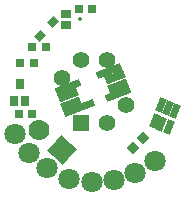
<source format=gts>
%FSTAX23Y23*%
%MOIN*%
%SFA1B1*%

%IPPOS*%
%AMD21*
4,1,4,0.045400,0.030100,-0.053900,-0.008000,-0.045400,-0.030100,0.053900,0.008000,0.045400,0.030100,0.0*
%
%AMD22*
4,1,4,0.026300,0.024900,-0.036200,0.000900,-0.026300,-0.024900,0.036200,-0.000900,0.026300,0.024900,0.0*
%
%AMD23*
4,1,4,0.036200,0.026500,-0.044700,-0.004500,-0.036200,-0.026500,0.044700,0.004500,0.036200,0.026500,0.0*
%
%AMD26*
4,1,4,0.002100,-0.026300,0.019800,0.017500,-0.002100,0.026300,-0.019800,-0.017500,0.002100,-0.026300,0.0*
%
%AMD27*
4,1,4,0.020900,0.000000,0.000000,0.020900,-0.020900,0.000000,0.000000,-0.020900,0.020900,0.000000,0.0*
%
%AMD29*
4,1,4,-0.001700,-0.019000,0.019000,0.001700,0.001700,0.019000,-0.019000,-0.001700,-0.001700,-0.019000,0.0*
%
%AMD30*
4,1,4,0.002600,-0.049400,0.049400,0.002600,-0.002600,0.049400,-0.049400,-0.002600,0.002600,-0.049400,0.0*
%
G04~CAMADD=21~9~0.0~0.0~1064.2~237.5~0.0~0.0~0~0.0~0.0~0.0~0.0~0~0.0~0.0~0.0~0.0~0~0.0~0.0~0.0~21.0~1078.0~601.0*
%ADD21D21*%
G04~CAMADD=22~9~0.0~0.0~670.6~276.9~0.0~0.0~0~0.0~0.0~0.0~0.0~0~0.0~0.0~0.0~0.0~0~0.0~0.0~0.0~21.0~724.0~497.0*
%ADD22D22*%
G04~CAMADD=23~9~0.0~0.0~867.4~237.5~0.0~0.0~0~0.0~0.0~0.0~0.0~0~0.0~0.0~0.0~0.0~0~0.0~0.0~0.0~21.0~894.0~529.0*
%ADD23D23*%
%ADD24R,0.026900X0.033390*%
%ADD25R,0.032410X0.031620*%
G04~CAMADD=26~9~0.0~0.0~473.7~237.5~0.0~0.0~0~0.0~0.0~0.0~0.0~0~0.0~0.0~0.0~0.0~0~0.0~0.0~0.0~248.0~396.0~525.0*
%ADD26D26*%
G04~CAMADD=27~10~0.0~296.6~0.0~0.0~0.0~0.0~0~0.0~0.0~0.0~0.0~0~0.0~0.0~0.0~0.0~0~0.0~0.0~0.0~315.0~296.6~0.0*
%ADD27D27*%
%ADD28R,0.029650X0.029650*%
G04~CAMADD=29~9~0.0~0.0~292.6~245.4~0.0~0.0~0~0.0~0.0~0.0~0.0~0~0.0~0.0~0.0~0.0~0~0.0~0.0~0.0~225.0~380.0~379.0*
%ADD29D29*%
G04~CAMADD=30~10~0.0~700.1~0.0~0.0~0.0~0.0~0~0.0~0.0~0.0~0.0~0~0.0~0.0~0.0~0.0~0~0.0~0.0~0.0~228.0~700.1~0.0*
%ADD30D30*%
%ADD31C,0.070010*%
%ADD32C,0.054930*%
%ADD33R,0.054930X0.054930*%
%ADD34C,0.013780*%
%ADD35C,0.070990*%
%LNkoosh_sensor_top_v1_1-1*%
%LPD*%
G54D21*
X00249Y00244D03*
G54D22*
X00222Y0026D03*
X00211Y00289D03*
X00367Y00349D03*
X00378Y0032D03*
G54D23*
X00211Y00316D03*
X00349Y00369D03*
X00378Y00293D03*
G54D24*
X0003Y00268D03*
X00069D03*
X0005Y00327D03*
G54D25*
X00205Y00521D03*
Y00558D03*
G54D26*
X00547Y00183D03*
X00523Y00192D03*
X005Y00202D03*
X00522Y00256D03*
X00546Y00247D03*
X00569Y00237D03*
G54D27*
X00427Y00112D03*
X0046Y00145D03*
G54D28*
X00092Y0045D03*
X00138D03*
X00052Y00395D03*
X00098D03*
X00047Y00225D03*
X00093D03*
X00247Y00575D03*
X00293D03*
G54D29*
X00162Y00532D03*
X00117Y00487D03*
G54D30*
X0019Y00105D03*
G54D31*
X00115Y00171D03*
G54D32*
X00192Y00345D03*
X00255Y00407D03*
X00342D03*
X00405Y00257D03*
X00342Y00195D03*
G54D33*
X00255Y00195D03*
G54D34*
X0025Y00542D03*
G54D35*
X00435Y0003D03*
X00215Y0001D03*
X00035Y0016D03*
X00365Y00005D03*
X005Y0007D03*
X0029Y0D03*
X0014Y00045D03*
X0008Y00095D03*
M02*
</source>
